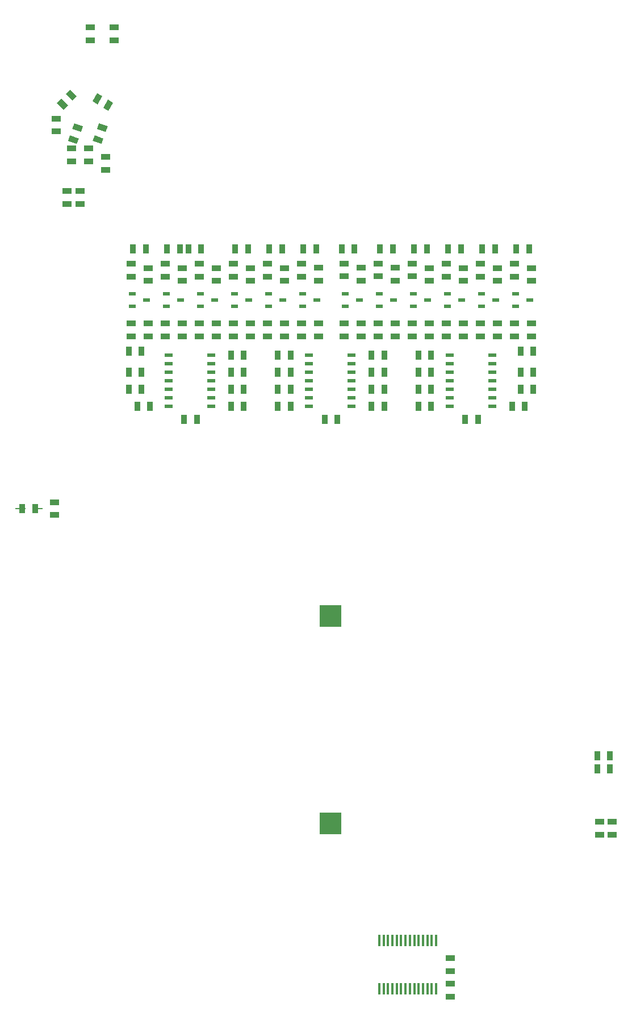
<source format=gbp>
G04 (created by PCBNEW (2013-07-07 BZR 4022)-stable) date 06/07/2014 12:08:28*
%MOIN*%
G04 Gerber Fmt 3.4, Leading zero omitted, Abs format*
%FSLAX34Y34*%
G01*
G70*
G90*
G04 APERTURE LIST*
%ADD10C,0.00393701*%
%ADD11R,0.035X0.055*%
%ADD12R,0.06X0.008*%
%ADD13R,0.055X0.035*%
%ADD14R,0.129528X0.129528*%
%ADD15R,0.0394X0.0236*%
%ADD16R,0.045X0.02*%
%ADD17R,0.016X0.065*%
G04 APERTURE END LIST*
G54D10*
G54D11*
X67375Y-46250D03*
X66625Y-46250D03*
G54D12*
X66500Y-46250D03*
X67500Y-46250D03*
G54D13*
X68500Y-45875D03*
X68500Y-46625D03*
G54D14*
X84700Y-52537D03*
X84700Y-64730D03*
G54D13*
X69250Y-27625D03*
X69250Y-28375D03*
G54D10*
G36*
X69679Y-23639D02*
X70196Y-23827D01*
X70076Y-24156D01*
X69559Y-23968D01*
X69679Y-23639D01*
X69679Y-23639D01*
G37*
G36*
X69423Y-24343D02*
X69940Y-24531D01*
X69820Y-24860D01*
X69303Y-24672D01*
X69423Y-24343D01*
X69423Y-24343D01*
G37*
G36*
X69444Y-21666D02*
X69833Y-22055D01*
X69585Y-22303D01*
X69196Y-21914D01*
X69444Y-21666D01*
X69444Y-21666D01*
G37*
G36*
X68914Y-22196D02*
X69303Y-22585D01*
X69055Y-22833D01*
X68666Y-22444D01*
X68914Y-22196D01*
X68914Y-22196D01*
G37*
G36*
X70736Y-22363D02*
X71011Y-21886D01*
X71314Y-22061D01*
X71039Y-22538D01*
X70736Y-22363D01*
X70736Y-22363D01*
G37*
G36*
X71385Y-22738D02*
X71660Y-22261D01*
X71963Y-22436D01*
X71688Y-22913D01*
X71385Y-22738D01*
X71385Y-22738D01*
G37*
G36*
X71129Y-23639D02*
X71646Y-23827D01*
X71526Y-24156D01*
X71009Y-23968D01*
X71129Y-23639D01*
X71129Y-23639D01*
G37*
G36*
X70873Y-24343D02*
X71390Y-24531D01*
X71270Y-24860D01*
X70753Y-24672D01*
X70873Y-24343D01*
X70873Y-24343D01*
G37*
G54D13*
X69500Y-25125D03*
X69500Y-25875D03*
X68600Y-23375D03*
X68600Y-24125D03*
X71500Y-25625D03*
X71500Y-26375D03*
X70500Y-25125D03*
X70500Y-25875D03*
X70000Y-28375D03*
X70000Y-27625D03*
G54D15*
X91584Y-34382D03*
X92416Y-34007D03*
X91584Y-33632D03*
X77084Y-34382D03*
X77916Y-34007D03*
X77084Y-33632D03*
X79084Y-34382D03*
X79916Y-34007D03*
X79084Y-33632D03*
X93584Y-34382D03*
X94416Y-34007D03*
X93584Y-33632D03*
X89584Y-34382D03*
X90416Y-34007D03*
X89584Y-33632D03*
X95584Y-34382D03*
X96416Y-34007D03*
X95584Y-33632D03*
X85584Y-34382D03*
X86416Y-34007D03*
X85584Y-33632D03*
X87584Y-34382D03*
X88416Y-34007D03*
X87584Y-33632D03*
X81084Y-34382D03*
X81916Y-34007D03*
X81084Y-33632D03*
X83084Y-34382D03*
X83916Y-34007D03*
X83084Y-33632D03*
X75084Y-34382D03*
X75916Y-34007D03*
X75084Y-33632D03*
X73084Y-34382D03*
X73916Y-34007D03*
X73084Y-33632D03*
G54D11*
X92625Y-41007D03*
X93375Y-41007D03*
X76875Y-41007D03*
X76125Y-41007D03*
X84375Y-41007D03*
X85125Y-41007D03*
X96625Y-39250D03*
X95875Y-39250D03*
X95375Y-40257D03*
X96125Y-40257D03*
X95625Y-31007D03*
X96375Y-31007D03*
X96625Y-38250D03*
X95875Y-38250D03*
X95875Y-37000D03*
X96625Y-37000D03*
X93625Y-31007D03*
X94375Y-31007D03*
X89875Y-38257D03*
X90625Y-38257D03*
X90625Y-37257D03*
X89875Y-37257D03*
X91625Y-31007D03*
X92375Y-31007D03*
X89625Y-31007D03*
X90375Y-31007D03*
X90625Y-40257D03*
X89875Y-40257D03*
X89875Y-39257D03*
X90625Y-39257D03*
G54D13*
X96500Y-35382D03*
X96500Y-36132D03*
X95500Y-31882D03*
X95500Y-32632D03*
X93500Y-35382D03*
X93500Y-36132D03*
X95500Y-35382D03*
X95500Y-36132D03*
X94500Y-35382D03*
X94500Y-36132D03*
X93500Y-31882D03*
X93500Y-32632D03*
X92500Y-35382D03*
X92500Y-36132D03*
X91500Y-31882D03*
X91500Y-32632D03*
X90500Y-35382D03*
X90500Y-36132D03*
G54D11*
X87875Y-39257D03*
X87125Y-39257D03*
G54D13*
X86500Y-35382D03*
X86500Y-36132D03*
X88500Y-35382D03*
X88500Y-36132D03*
X94500Y-32132D03*
X94500Y-32882D03*
X96500Y-32132D03*
X96500Y-32882D03*
G54D11*
X87625Y-31007D03*
X88375Y-31007D03*
X87125Y-40257D03*
X87875Y-40257D03*
X79625Y-39257D03*
X78875Y-39257D03*
X78875Y-40257D03*
X79625Y-40257D03*
X79125Y-31007D03*
X79875Y-31007D03*
X77125Y-31000D03*
X76375Y-31000D03*
X78875Y-37257D03*
X79625Y-37257D03*
X79625Y-38257D03*
X78875Y-38257D03*
G54D13*
X80000Y-35382D03*
X80000Y-36132D03*
X79000Y-35382D03*
X79000Y-36132D03*
X79000Y-31882D03*
X79000Y-32632D03*
X78000Y-35382D03*
X78000Y-36132D03*
X77000Y-35382D03*
X77000Y-36132D03*
X77000Y-31882D03*
X77000Y-32632D03*
X91500Y-35382D03*
X91500Y-36132D03*
X89500Y-35382D03*
X89500Y-36132D03*
X87500Y-35382D03*
X87500Y-36132D03*
X85500Y-35382D03*
X85500Y-36132D03*
G54D11*
X85375Y-31007D03*
X86125Y-31007D03*
G54D13*
X81000Y-35382D03*
X81000Y-36132D03*
X83000Y-35382D03*
X83000Y-36132D03*
G54D11*
X82375Y-37257D03*
X81625Y-37257D03*
X81625Y-38257D03*
X82375Y-38257D03*
G54D13*
X81000Y-31882D03*
X81000Y-32632D03*
X82000Y-35382D03*
X82000Y-36132D03*
X83000Y-31882D03*
X83000Y-32632D03*
X84000Y-35382D03*
X84000Y-36132D03*
G54D11*
X81625Y-39257D03*
X82375Y-39257D03*
X82375Y-40257D03*
X81625Y-40257D03*
X81125Y-31007D03*
X81875Y-31007D03*
X83125Y-31007D03*
X83875Y-31007D03*
G54D13*
X92500Y-32132D03*
X92500Y-32882D03*
X90500Y-32132D03*
X90500Y-32882D03*
X78000Y-32132D03*
X78000Y-32882D03*
X80000Y-32132D03*
X80000Y-32882D03*
X82000Y-32132D03*
X82000Y-32882D03*
G54D11*
X87125Y-37257D03*
X87875Y-37257D03*
X87875Y-38257D03*
X87125Y-38257D03*
X72875Y-38250D03*
X73625Y-38250D03*
X73625Y-37000D03*
X72875Y-37000D03*
X75125Y-31007D03*
X75875Y-31007D03*
X73125Y-31007D03*
X73875Y-31007D03*
X74125Y-40257D03*
X73375Y-40257D03*
X72875Y-39250D03*
X73625Y-39250D03*
G54D13*
X76000Y-35382D03*
X76000Y-36132D03*
X75000Y-35382D03*
X75000Y-36132D03*
X75000Y-31882D03*
X75000Y-32632D03*
X74000Y-35382D03*
X74000Y-36132D03*
X73000Y-35382D03*
X73000Y-36132D03*
X73000Y-31882D03*
X73000Y-32632D03*
X74000Y-32132D03*
X74000Y-32882D03*
X76000Y-32132D03*
X76000Y-32882D03*
G54D16*
X91700Y-40257D03*
X91700Y-39757D03*
X91700Y-39257D03*
X91700Y-38757D03*
X91700Y-38257D03*
X91700Y-37757D03*
X91700Y-37257D03*
X94200Y-37257D03*
X94200Y-37757D03*
X94200Y-38757D03*
X94200Y-39257D03*
X94200Y-39757D03*
X94200Y-40257D03*
X94200Y-38257D03*
X83450Y-40257D03*
X83450Y-39757D03*
X83450Y-39257D03*
X83450Y-38757D03*
X83450Y-38257D03*
X83450Y-37757D03*
X83450Y-37257D03*
X85950Y-37257D03*
X85950Y-37757D03*
X85950Y-38757D03*
X85950Y-39257D03*
X85950Y-39757D03*
X85950Y-40257D03*
X85950Y-38257D03*
X75200Y-40257D03*
X75200Y-39757D03*
X75200Y-39257D03*
X75200Y-38757D03*
X75200Y-38257D03*
X75200Y-37757D03*
X75200Y-37257D03*
X77700Y-37257D03*
X77700Y-37757D03*
X77700Y-38757D03*
X77700Y-39257D03*
X77700Y-39757D03*
X77700Y-40257D03*
X77700Y-38257D03*
G54D13*
X91750Y-72625D03*
X91750Y-73375D03*
X91750Y-74875D03*
X91750Y-74125D03*
G54D17*
X89122Y-71583D03*
X89378Y-71583D03*
X89634Y-71583D03*
X89890Y-71583D03*
X88354Y-74417D03*
X88354Y-71583D03*
X88610Y-71583D03*
X88866Y-71583D03*
X90146Y-74417D03*
X89890Y-74417D03*
X89634Y-74417D03*
X89378Y-74417D03*
X89122Y-74417D03*
X88866Y-74417D03*
X90146Y-71583D03*
X88610Y-74417D03*
X88098Y-74417D03*
X87843Y-74417D03*
X87587Y-74417D03*
X87587Y-71583D03*
X87843Y-71583D03*
X88098Y-71583D03*
X90402Y-71583D03*
X90657Y-71583D03*
X90913Y-71583D03*
X90913Y-74417D03*
X90657Y-74417D03*
X90402Y-74417D03*
G54D11*
X101125Y-60750D03*
X100375Y-60750D03*
X100375Y-61500D03*
X101125Y-61500D03*
G54D13*
X89500Y-31875D03*
X89500Y-32625D03*
X87500Y-31875D03*
X87500Y-32625D03*
X85500Y-31875D03*
X85500Y-32625D03*
X88500Y-32125D03*
X88500Y-32875D03*
X86500Y-32125D03*
X86500Y-32875D03*
X84000Y-32125D03*
X84000Y-32875D03*
X70600Y-18025D03*
X70600Y-18775D03*
X72000Y-18025D03*
X72000Y-18775D03*
X101250Y-65375D03*
X101250Y-64625D03*
X100500Y-65375D03*
X100500Y-64625D03*
M02*

</source>
